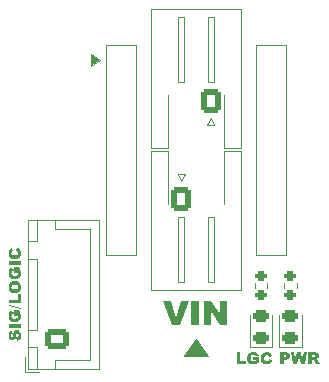
<source format=gbr>
%TF.GenerationSoftware,KiCad,Pcbnew,8.0.1*%
%TF.CreationDate,2024-07-18T22:05:32+09:00*%
%TF.ProjectId,Dribbler-20240708,44726962-626c-4657-922d-323032343037,rev?*%
%TF.SameCoordinates,Original*%
%TF.FileFunction,Legend,Top*%
%TF.FilePolarity,Positive*%
%FSLAX46Y46*%
G04 Gerber Fmt 4.6, Leading zero omitted, Abs format (unit mm)*
G04 Created by KiCad (PCBNEW 8.0.1) date 2024-07-18 22:05:32*
%MOMM*%
%LPD*%
G01*
G04 APERTURE LIST*
G04 Aperture macros list*
%AMRoundRect*
0 Rectangle with rounded corners*
0 $1 Rounding radius*
0 $2 $3 $4 $5 $6 $7 $8 $9 X,Y pos of 4 corners*
0 Add a 4 corners polygon primitive as box body*
4,1,4,$2,$3,$4,$5,$6,$7,$8,$9,$2,$3,0*
0 Add four circle primitives for the rounded corners*
1,1,$1+$1,$2,$3*
1,1,$1+$1,$4,$5*
1,1,$1+$1,$6,$7*
1,1,$1+$1,$8,$9*
0 Add four rect primitives between the rounded corners*
20,1,$1+$1,$2,$3,$4,$5,0*
20,1,$1+$1,$4,$5,$6,$7,0*
20,1,$1+$1,$6,$7,$8,$9,0*
20,1,$1+$1,$8,$9,$2,$3,0*%
G04 Aperture macros list end*
%ADD10C,0.100000*%
%ADD11C,0.150000*%
%ADD12C,0.120000*%
%ADD13RoundRect,0.250000X-0.600000X-0.750000X0.600000X-0.750000X0.600000X0.750000X-0.600000X0.750000X0*%
%ADD14O,1.700000X2.000000*%
%ADD15R,1.700000X1.700000*%
%ADD16C,1.700000*%
%ADD17RoundRect,0.200000X0.275000X-0.200000X0.275000X0.200000X-0.275000X0.200000X-0.275000X-0.200000X0*%
%ADD18RoundRect,0.250000X0.725000X-0.600000X0.725000X0.600000X-0.725000X0.600000X-0.725000X-0.600000X0*%
%ADD19O,1.950000X1.700000*%
%ADD20RoundRect,0.243750X0.456250X-0.243750X0.456250X0.243750X-0.456250X0.243750X-0.456250X-0.243750X0*%
%ADD21RoundRect,0.250000X0.600000X0.750000X-0.600000X0.750000X-0.600000X-0.750000X0.600000X-0.750000X0*%
G04 APERTURE END LIST*
D10*
X116000000Y-116500000D02*
X114000000Y-116500000D01*
X115000000Y-115000000D01*
X116000000Y-116500000D01*
G36*
X116000000Y-116500000D02*
G01*
X114000000Y-116500000D01*
X115000000Y-115000000D01*
X116000000Y-116500000D01*
G37*
D11*
G36*
X112208792Y-111829162D02*
G01*
X112859944Y-111829162D01*
X113313258Y-113269218D01*
X113759734Y-111829162D01*
X114391835Y-111829162D01*
X113644452Y-113830000D01*
X112969853Y-113830000D01*
X112208792Y-111829162D01*
G37*
G36*
X114609699Y-111829162D02*
G01*
X115233007Y-111829162D01*
X115233007Y-113830000D01*
X114609699Y-113830000D01*
X114609699Y-111829162D01*
G37*
G36*
X115677041Y-111829162D02*
G01*
X116258339Y-111829162D01*
X117016957Y-112956587D01*
X117016957Y-111829162D01*
X117603140Y-111829162D01*
X117603140Y-113830000D01*
X117016957Y-113830000D01*
X116262247Y-112708436D01*
X116262247Y-113830000D01*
X115677041Y-113830000D01*
X115677041Y-111829162D01*
G37*
G36*
X99824769Y-115192079D02*
G01*
X99805474Y-114896057D01*
X99856547Y-114886096D01*
X99903544Y-114867356D01*
X99919535Y-114856978D01*
X99955551Y-114819021D01*
X99976617Y-114771309D01*
X99982794Y-114719469D01*
X99977715Y-114670372D01*
X99957519Y-114623889D01*
X99952020Y-114616887D01*
X99911945Y-114586705D01*
X99880457Y-114580739D01*
X99833383Y-114595570D01*
X99811580Y-114615177D01*
X99787339Y-114657955D01*
X99771217Y-114705139D01*
X99757341Y-114759147D01*
X99753939Y-114774424D01*
X99742169Y-114823761D01*
X99726127Y-114880280D01*
X99708605Y-114931075D01*
X99689605Y-114976145D01*
X99664852Y-115022674D01*
X99633283Y-115066538D01*
X99598277Y-115100799D01*
X99553405Y-115129650D01*
X99503343Y-115147510D01*
X99448091Y-115154380D01*
X99440819Y-115154466D01*
X99388936Y-115149155D01*
X99339072Y-115133224D01*
X99295495Y-115109525D01*
X99255615Y-115077000D01*
X99221459Y-115035603D01*
X99195613Y-114990759D01*
X99188028Y-114974214D01*
X99170931Y-114924847D01*
X99159978Y-114874788D01*
X99152766Y-114818324D01*
X99149560Y-114764829D01*
X99148949Y-114726552D01*
X99150679Y-114668426D01*
X99155866Y-114614797D01*
X99164513Y-114565663D01*
X99179453Y-114512638D01*
X99199374Y-114466086D01*
X99219780Y-114432239D01*
X99254765Y-114391821D01*
X99297745Y-114359257D01*
X99348718Y-114334546D01*
X99398773Y-114319617D01*
X99444972Y-114311583D01*
X99461580Y-114604919D01*
X99414281Y-114618677D01*
X99372226Y-114647231D01*
X99366325Y-114654012D01*
X99343977Y-114698525D01*
X99336644Y-114749195D01*
X99336528Y-114757327D01*
X99342938Y-114807424D01*
X99359242Y-114839148D01*
X99400697Y-114865194D01*
X99414441Y-114866503D01*
X99457184Y-114843789D01*
X99479440Y-114796417D01*
X99492520Y-114744582D01*
X99493576Y-114739497D01*
X99504407Y-114690320D01*
X99518009Y-114633937D01*
X99531684Y-114583206D01*
X99548187Y-114529792D01*
X99567571Y-114477763D01*
X99581503Y-114447382D01*
X99608208Y-114401474D01*
X99641868Y-114359437D01*
X99679725Y-114326846D01*
X99691901Y-114318911D01*
X99739086Y-114295966D01*
X99789965Y-114282546D01*
X99839424Y-114278611D01*
X99892120Y-114282861D01*
X99942498Y-114295612D01*
X99990558Y-114316864D01*
X100016256Y-114332344D01*
X100058639Y-114365813D01*
X100094841Y-114406043D01*
X100121830Y-114447481D01*
X100138866Y-114482065D01*
X100157138Y-114533203D01*
X100168844Y-114583109D01*
X100176552Y-114637829D01*
X100179978Y-114688565D01*
X100180631Y-114724354D01*
X100179063Y-114786121D01*
X100174357Y-114842949D01*
X100166515Y-114894839D01*
X100152300Y-114952757D01*
X100133184Y-115002960D01*
X100103775Y-115053017D01*
X100080247Y-115080216D01*
X100040605Y-115114288D01*
X99997151Y-115142314D01*
X99949885Y-115164296D01*
X99898805Y-115180233D01*
X99843914Y-115190125D01*
X99824769Y-115192079D01*
G37*
G36*
X99164581Y-114115212D02*
G01*
X99164581Y-113803558D01*
X100165000Y-113803558D01*
X100165000Y-114115212D01*
X99164581Y-114115212D01*
G37*
G36*
X99836737Y-113077180D02*
G01*
X99602264Y-113077180D01*
X99602264Y-112596510D01*
X100008196Y-112596510D01*
X100037927Y-112638859D01*
X100069480Y-112687631D01*
X100096534Y-112734171D01*
X100119088Y-112778478D01*
X100139715Y-112827348D01*
X100144483Y-112840753D01*
X100158568Y-112889034D01*
X100169194Y-112941124D01*
X100176360Y-112997025D01*
X100179749Y-113047973D01*
X100180631Y-113092567D01*
X100179152Y-113146975D01*
X100174716Y-113198150D01*
X100165488Y-113255294D01*
X100152001Y-113307784D01*
X100134255Y-113355621D01*
X100120059Y-113384926D01*
X100090730Y-113431874D01*
X100055745Y-113473984D01*
X100015103Y-113511255D01*
X99968804Y-113543688D01*
X99939808Y-113560048D01*
X99893600Y-113581131D01*
X99844919Y-113597852D01*
X99793766Y-113610212D01*
X99740139Y-113618209D01*
X99684040Y-113621844D01*
X99664790Y-113622086D01*
X99614772Y-113620428D01*
X99557504Y-113614063D01*
X99503242Y-113602923D01*
X99451986Y-113587009D01*
X99403734Y-113566321D01*
X99380736Y-113554186D01*
X99337450Y-113526417D01*
X99298269Y-113494217D01*
X99263193Y-113457586D01*
X99232221Y-113416525D01*
X99205353Y-113371033D01*
X99197309Y-113354884D01*
X99178466Y-113306722D01*
X99164251Y-113251781D01*
X99155750Y-113199294D01*
X99150649Y-113141826D01*
X99148996Y-113090132D01*
X99148949Y-113079378D01*
X99149713Y-113029299D01*
X99152643Y-112974619D01*
X99157773Y-112925847D01*
X99166535Y-112876412D01*
X99180212Y-112829762D01*
X99202986Y-112780780D01*
X99232534Y-112737331D01*
X99268855Y-112699417D01*
X99276933Y-112692498D01*
X99316534Y-112663868D01*
X99361700Y-112639527D01*
X99412430Y-112619475D01*
X99443018Y-112610188D01*
X99492843Y-112910362D01*
X99448629Y-112933453D01*
X99413534Y-112970624D01*
X99411755Y-112973377D01*
X99391418Y-113020189D01*
X99383865Y-113069441D01*
X99383422Y-113086217D01*
X99388697Y-113140498D01*
X99404520Y-113188209D01*
X99430892Y-113229352D01*
X99450101Y-113249371D01*
X99493751Y-113278770D01*
X99542867Y-113296825D01*
X99593807Y-113306387D01*
X99643386Y-113309950D01*
X99661127Y-113310188D01*
X99715646Y-113308024D01*
X99771438Y-113300030D01*
X99818816Y-113286145D01*
X99862657Y-113263064D01*
X99880457Y-113248639D01*
X99912217Y-113210192D01*
X99933582Y-113164094D01*
X99944554Y-113110346D01*
X99946158Y-113077180D01*
X99943593Y-113026317D01*
X99935900Y-112977773D01*
X99923116Y-112930171D01*
X99905472Y-112880416D01*
X99900973Y-112869085D01*
X99836737Y-112869085D01*
X99836737Y-113077180D01*
G37*
G36*
X99148949Y-112268981D02*
G01*
X99148949Y-112126098D01*
X100180631Y-112378890D01*
X100180631Y-112520306D01*
X99148949Y-112268981D01*
G37*
G36*
X99164581Y-112029134D02*
G01*
X99164581Y-111717969D01*
X99914895Y-111717969D01*
X99914895Y-111232414D01*
X100165000Y-111232414D01*
X100165000Y-112029134D01*
X99164581Y-112029134D01*
G37*
G36*
X99710335Y-110116702D02*
G01*
X99760387Y-110121067D01*
X99816404Y-110130146D01*
X99868007Y-110143415D01*
X99915196Y-110160875D01*
X99944204Y-110174842D01*
X99990772Y-110203345D01*
X100032594Y-110236919D01*
X100069672Y-110275566D01*
X100102004Y-110319285D01*
X100118349Y-110346545D01*
X100142617Y-110398245D01*
X100158674Y-110446783D01*
X100170352Y-110499219D01*
X100177651Y-110555553D01*
X100180388Y-110605476D01*
X100180631Y-110626203D01*
X100179319Y-110678042D01*
X100175384Y-110727006D01*
X100167198Y-110781969D01*
X100155234Y-110832793D01*
X100139491Y-110879479D01*
X100126898Y-110908304D01*
X100100397Y-110955115D01*
X100067913Y-110997883D01*
X100029445Y-111036606D01*
X99984993Y-111071286D01*
X99956905Y-111089288D01*
X99911163Y-111112861D01*
X99861318Y-111131557D01*
X99807368Y-111145376D01*
X99749313Y-111154317D01*
X99697799Y-111158043D01*
X99665523Y-111158653D01*
X99606153Y-111156508D01*
X99550164Y-111150074D01*
X99497556Y-111139350D01*
X99448330Y-111124336D01*
X99402485Y-111105034D01*
X99349933Y-111074873D01*
X99302665Y-111038010D01*
X99285237Y-111021388D01*
X99245974Y-110975787D01*
X99213366Y-110924926D01*
X99192071Y-110880451D01*
X99175036Y-110832610D01*
X99162259Y-110781403D01*
X99153741Y-110726830D01*
X99149482Y-110668891D01*
X99148962Y-110639392D01*
X99383422Y-110639392D01*
X99388600Y-110689369D01*
X99406499Y-110738055D01*
X99437182Y-110779538D01*
X99448879Y-110790579D01*
X99492480Y-110818088D01*
X99542623Y-110834983D01*
X99595288Y-110843930D01*
X99646959Y-110847265D01*
X99665523Y-110847487D01*
X99718706Y-110845495D01*
X99773264Y-110838135D01*
X99825742Y-110823084D01*
X99872190Y-110797685D01*
X99880701Y-110790823D01*
X99915219Y-110751424D01*
X99936953Y-110704059D01*
X99945583Y-110654620D01*
X99946158Y-110636706D01*
X99941096Y-110583833D01*
X99923598Y-110533515D01*
X99893602Y-110492070D01*
X99882166Y-110481367D01*
X99837996Y-110454802D01*
X99785240Y-110438487D01*
X99728660Y-110429847D01*
X99672423Y-110426627D01*
X99652090Y-110426412D01*
X99602344Y-110428430D01*
X99550993Y-110435885D01*
X99501122Y-110451131D01*
X99456256Y-110476859D01*
X99447903Y-110483810D01*
X99413899Y-110523666D01*
X99392490Y-110571489D01*
X99383989Y-110621341D01*
X99383422Y-110639392D01*
X99148962Y-110639392D01*
X99148949Y-110638660D01*
X99151041Y-110577629D01*
X99157315Y-110520202D01*
X99167771Y-110466377D01*
X99182411Y-110416154D01*
X99201232Y-110369534D01*
X99230642Y-110316326D01*
X99266587Y-110268746D01*
X99282794Y-110251290D01*
X99327162Y-110212098D01*
X99376766Y-110179549D01*
X99431605Y-110153642D01*
X99479245Y-110137700D01*
X99530237Y-110126008D01*
X99584579Y-110118568D01*
X99642272Y-110115380D01*
X99657219Y-110115247D01*
X99710335Y-110116702D01*
G37*
G36*
X99836737Y-109447731D02*
G01*
X99602264Y-109447731D01*
X99602264Y-108967061D01*
X100008196Y-108967061D01*
X100037927Y-109009410D01*
X100069480Y-109058183D01*
X100096534Y-109104722D01*
X100119088Y-109149030D01*
X100139715Y-109197900D01*
X100144483Y-109211304D01*
X100158568Y-109259585D01*
X100169194Y-109311676D01*
X100176360Y-109367577D01*
X100179749Y-109418524D01*
X100180631Y-109463119D01*
X100179152Y-109517526D01*
X100174716Y-109568701D01*
X100165488Y-109625846D01*
X100152001Y-109678336D01*
X100134255Y-109726172D01*
X100120059Y-109755477D01*
X100090730Y-109802426D01*
X100055745Y-109844535D01*
X100015103Y-109881807D01*
X99968804Y-109914239D01*
X99939808Y-109930600D01*
X99893600Y-109951683D01*
X99844919Y-109968404D01*
X99793766Y-109980763D01*
X99740139Y-109988760D01*
X99684040Y-109992395D01*
X99664790Y-109992637D01*
X99614772Y-109990979D01*
X99557504Y-109984614D01*
X99503242Y-109973474D01*
X99451986Y-109957560D01*
X99403734Y-109936872D01*
X99380736Y-109924738D01*
X99337450Y-109896968D01*
X99298269Y-109864768D01*
X99263193Y-109828138D01*
X99232221Y-109787076D01*
X99205353Y-109741584D01*
X99197309Y-109725436D01*
X99178466Y-109677273D01*
X99164251Y-109622333D01*
X99155750Y-109569845D01*
X99150649Y-109512378D01*
X99148996Y-109460683D01*
X99148949Y-109449930D01*
X99149713Y-109399850D01*
X99152643Y-109345170D01*
X99157773Y-109296398D01*
X99166535Y-109246964D01*
X99180212Y-109200313D01*
X99202986Y-109151331D01*
X99232534Y-109107883D01*
X99268855Y-109069968D01*
X99276933Y-109063049D01*
X99316534Y-109034419D01*
X99361700Y-109010078D01*
X99412430Y-108990026D01*
X99443018Y-108980739D01*
X99492843Y-109280914D01*
X99448629Y-109304005D01*
X99413534Y-109341175D01*
X99411755Y-109343928D01*
X99391418Y-109390740D01*
X99383865Y-109439992D01*
X99383422Y-109456768D01*
X99388697Y-109511049D01*
X99404520Y-109558761D01*
X99430892Y-109599904D01*
X99450101Y-109619923D01*
X99493751Y-109649321D01*
X99542867Y-109667376D01*
X99593807Y-109676938D01*
X99643386Y-109680502D01*
X99661127Y-109680739D01*
X99715646Y-109678575D01*
X99771438Y-109670581D01*
X99818816Y-109656696D01*
X99862657Y-109633615D01*
X99880457Y-109619190D01*
X99912217Y-109580743D01*
X99933582Y-109534646D01*
X99944554Y-109480897D01*
X99946158Y-109447731D01*
X99943593Y-109396868D01*
X99935900Y-109348325D01*
X99923116Y-109300722D01*
X99905472Y-109250967D01*
X99900973Y-109239637D01*
X99836737Y-109239637D01*
X99836737Y-109447731D01*
G37*
G36*
X99164581Y-108776064D02*
G01*
X99164581Y-108464410D01*
X100165000Y-108464410D01*
X100165000Y-108776064D01*
X99164581Y-108776064D01*
G37*
G36*
X99758579Y-107573900D02*
G01*
X99837470Y-107301325D01*
X99885370Y-107314813D01*
X99935733Y-107333947D01*
X99981426Y-107357051D01*
X100022447Y-107384124D01*
X100027247Y-107387787D01*
X100067037Y-107423295D01*
X100100954Y-107463324D01*
X100128998Y-107507874D01*
X100142041Y-107534577D01*
X100158924Y-107581289D01*
X100170983Y-107633984D01*
X100177578Y-107685001D01*
X100180480Y-107740600D01*
X100180631Y-107757327D01*
X100179480Y-107807151D01*
X100175061Y-107863067D01*
X100167327Y-107914759D01*
X100154115Y-107969726D01*
X100136392Y-108018944D01*
X100133492Y-108025505D01*
X100109338Y-108069670D01*
X100078334Y-108111124D01*
X100040482Y-108149866D01*
X100002586Y-108180915D01*
X99967163Y-108205268D01*
X99920131Y-108230916D01*
X99868428Y-108251258D01*
X99812053Y-108266293D01*
X99761507Y-108274769D01*
X99707716Y-108279560D01*
X99662348Y-108280739D01*
X99602283Y-108278663D01*
X99545798Y-108272435D01*
X99492893Y-108262055D01*
X99443567Y-108247522D01*
X99397821Y-108228837D01*
X99345673Y-108199643D01*
X99299118Y-108163960D01*
X99282062Y-108147871D01*
X99243714Y-108103654D01*
X99211866Y-108054047D01*
X99186517Y-107999050D01*
X99170918Y-107951171D01*
X99159479Y-107899841D01*
X99152199Y-107845062D01*
X99149079Y-107786833D01*
X99148949Y-107771737D01*
X99150834Y-107714271D01*
X99156486Y-107660788D01*
X99165908Y-107611288D01*
X99182188Y-107557146D01*
X99203895Y-107508740D01*
X99226130Y-107472784D01*
X99257984Y-107433900D01*
X99295659Y-107398950D01*
X99339156Y-107367932D01*
X99388475Y-107340847D01*
X99434021Y-107321280D01*
X99463290Y-107310851D01*
X99524106Y-107585624D01*
X99478480Y-107603253D01*
X99457184Y-107615910D01*
X99420897Y-107651077D01*
X99402718Y-107679902D01*
X99386607Y-107727753D01*
X99383422Y-107764165D01*
X99388628Y-107813960D01*
X99406928Y-107862608D01*
X99438405Y-107903451D01*
X99466709Y-107926343D01*
X99512223Y-107948754D01*
X99564973Y-107961827D01*
X99613721Y-107967347D01*
X99660882Y-107968841D01*
X99718633Y-107967055D01*
X99769154Y-107961697D01*
X99818958Y-107950931D01*
X99868531Y-107929945D01*
X99885341Y-107918038D01*
X99919966Y-107878234D01*
X99940219Y-107828675D01*
X99946158Y-107775156D01*
X99941483Y-107723555D01*
X99925541Y-107676657D01*
X99898286Y-107640090D01*
X99856086Y-107609373D01*
X99811578Y-107589180D01*
X99764261Y-107575207D01*
X99758579Y-107573900D01*
G37*
G36*
X118439637Y-116164581D02*
G01*
X118750802Y-116164581D01*
X118750802Y-116914895D01*
X119236357Y-116914895D01*
X119236357Y-117165000D01*
X118439637Y-117165000D01*
X118439637Y-116164581D01*
G37*
G36*
X119855513Y-116836737D02*
G01*
X119855513Y-116602264D01*
X120336183Y-116602264D01*
X120336183Y-117008196D01*
X120293834Y-117037927D01*
X120245062Y-117069480D01*
X120198522Y-117096534D01*
X120154215Y-117119088D01*
X120105345Y-117139715D01*
X120091940Y-117144483D01*
X120043659Y-117158568D01*
X119991568Y-117169194D01*
X119935668Y-117176360D01*
X119884720Y-117179749D01*
X119840125Y-117180631D01*
X119785718Y-117179152D01*
X119734543Y-117174716D01*
X119677399Y-117165488D01*
X119624908Y-117152001D01*
X119577072Y-117134255D01*
X119547767Y-117120059D01*
X119500818Y-117090730D01*
X119458709Y-117055745D01*
X119421438Y-117015103D01*
X119389005Y-116968804D01*
X119372645Y-116939808D01*
X119351562Y-116893600D01*
X119334840Y-116844919D01*
X119322481Y-116793766D01*
X119314484Y-116740139D01*
X119310849Y-116684040D01*
X119310607Y-116664790D01*
X119312265Y-116614772D01*
X119318630Y-116557504D01*
X119329770Y-116503242D01*
X119345684Y-116451986D01*
X119366372Y-116403734D01*
X119378506Y-116380736D01*
X119406276Y-116337450D01*
X119438476Y-116298269D01*
X119475106Y-116263193D01*
X119516168Y-116232221D01*
X119561660Y-116205353D01*
X119577809Y-116197309D01*
X119625971Y-116178466D01*
X119680912Y-116164251D01*
X119733399Y-116155750D01*
X119790867Y-116150649D01*
X119842561Y-116148996D01*
X119853315Y-116148949D01*
X119903394Y-116149713D01*
X119958074Y-116152643D01*
X120006846Y-116157773D01*
X120056280Y-116166535D01*
X120102931Y-116180212D01*
X120151913Y-116202986D01*
X120195361Y-116232534D01*
X120233276Y-116268855D01*
X120240195Y-116276933D01*
X120268825Y-116316534D01*
X120293166Y-116361700D01*
X120313218Y-116412430D01*
X120322505Y-116443018D01*
X120022331Y-116492843D01*
X119999240Y-116448629D01*
X119962069Y-116413534D01*
X119959316Y-116411755D01*
X119912504Y-116391418D01*
X119863252Y-116383865D01*
X119846476Y-116383422D01*
X119792195Y-116388697D01*
X119744483Y-116404520D01*
X119703340Y-116430892D01*
X119683322Y-116450101D01*
X119653923Y-116493751D01*
X119635868Y-116542867D01*
X119626306Y-116593807D01*
X119622743Y-116643386D01*
X119622505Y-116661127D01*
X119624669Y-116715646D01*
X119632663Y-116771438D01*
X119646548Y-116818816D01*
X119669629Y-116862657D01*
X119684054Y-116880457D01*
X119722501Y-116912217D01*
X119768599Y-116933582D01*
X119822347Y-116944554D01*
X119855513Y-116946158D01*
X119906376Y-116943593D01*
X119954920Y-116935900D01*
X120002522Y-116923116D01*
X120052277Y-116905472D01*
X120063608Y-116900973D01*
X120063608Y-116836737D01*
X119855513Y-116836737D01*
G37*
G36*
X121185171Y-116758579D02*
G01*
X121457746Y-116837470D01*
X121444259Y-116885370D01*
X121425124Y-116935733D01*
X121402020Y-116981426D01*
X121374947Y-117022447D01*
X121371284Y-117027247D01*
X121335776Y-117067037D01*
X121295747Y-117100954D01*
X121251197Y-117128998D01*
X121224494Y-117142041D01*
X121177782Y-117158924D01*
X121125087Y-117170983D01*
X121074070Y-117177578D01*
X121018471Y-117180480D01*
X121001744Y-117180631D01*
X120951920Y-117179480D01*
X120896004Y-117175061D01*
X120844312Y-117167327D01*
X120789345Y-117154115D01*
X120740127Y-117136392D01*
X120733566Y-117133492D01*
X120689401Y-117109338D01*
X120647947Y-117078334D01*
X120609205Y-117040482D01*
X120578156Y-117002586D01*
X120553803Y-116967163D01*
X120528155Y-116920131D01*
X120507813Y-116868428D01*
X120492778Y-116812053D01*
X120484302Y-116761507D01*
X120479511Y-116707716D01*
X120478332Y-116662348D01*
X120480408Y-116602283D01*
X120486636Y-116545798D01*
X120497017Y-116492893D01*
X120511549Y-116443567D01*
X120530234Y-116397821D01*
X120559428Y-116345673D01*
X120595111Y-116299118D01*
X120611200Y-116282062D01*
X120655417Y-116243714D01*
X120705024Y-116211866D01*
X120760021Y-116186517D01*
X120807901Y-116170918D01*
X120859230Y-116159479D01*
X120914009Y-116152199D01*
X120972238Y-116149079D01*
X120987334Y-116148949D01*
X121044800Y-116150834D01*
X121098283Y-116156486D01*
X121147783Y-116165908D01*
X121201925Y-116182188D01*
X121250331Y-116203895D01*
X121286287Y-116226130D01*
X121325171Y-116257984D01*
X121360121Y-116295659D01*
X121391139Y-116339156D01*
X121418224Y-116388475D01*
X121437791Y-116434021D01*
X121448220Y-116463290D01*
X121173447Y-116524106D01*
X121155818Y-116478480D01*
X121143161Y-116457184D01*
X121107994Y-116420897D01*
X121079169Y-116402718D01*
X121031318Y-116386607D01*
X120994906Y-116383422D01*
X120945111Y-116388628D01*
X120896463Y-116406928D01*
X120855620Y-116438405D01*
X120832728Y-116466709D01*
X120810317Y-116512223D01*
X120797244Y-116564973D01*
X120791724Y-116613721D01*
X120790230Y-116660882D01*
X120792016Y-116718633D01*
X120797374Y-116769154D01*
X120808140Y-116818958D01*
X120829126Y-116868531D01*
X120841033Y-116885341D01*
X120880837Y-116919966D01*
X120930396Y-116940219D01*
X120983915Y-116946158D01*
X121035516Y-116941483D01*
X121082414Y-116925541D01*
X121118981Y-116898286D01*
X121149698Y-116856086D01*
X121169891Y-116811578D01*
X121183864Y-116764261D01*
X121185171Y-116758579D01*
G37*
G36*
X122669653Y-116166519D02*
G01*
X122725066Y-116173961D01*
X122774502Y-116186984D01*
X122824624Y-116209231D01*
X122866612Y-116239076D01*
X122871946Y-116243960D01*
X122904780Y-116281890D01*
X122929549Y-116326226D01*
X122946253Y-116376966D01*
X122954153Y-116425555D01*
X122956210Y-116469640D01*
X122952982Y-116523833D01*
X122943296Y-116573390D01*
X122923835Y-116625345D01*
X122895585Y-116670990D01*
X122864375Y-116705090D01*
X122819676Y-116738114D01*
X122773995Y-116759964D01*
X122721513Y-116775855D01*
X122672583Y-116784545D01*
X122618931Y-116789098D01*
X122584473Y-116789842D01*
X122414235Y-116789842D01*
X122414235Y-117165000D01*
X122101605Y-117165000D01*
X122101605Y-116367791D01*
X122414235Y-116367791D01*
X122414235Y-116586632D01*
X122490439Y-116586632D01*
X122541520Y-116583675D01*
X122592236Y-116570987D01*
X122616957Y-116556346D01*
X122646383Y-116516590D01*
X122653349Y-116478189D01*
X122642155Y-116428365D01*
X122621598Y-116400031D01*
X122576168Y-116375851D01*
X122523824Y-116368295D01*
X122502896Y-116367791D01*
X122414235Y-116367791D01*
X122101605Y-116367791D01*
X122101605Y-116164581D01*
X122618911Y-116164581D01*
X122669653Y-116166519D01*
G37*
G36*
X123009455Y-116164581D02*
G01*
X123304989Y-116164581D01*
X123411479Y-116723408D01*
X123566573Y-116164581D01*
X123861374Y-116164581D01*
X124017201Y-116723408D01*
X124123691Y-116164581D01*
X124417759Y-116164581D01*
X124195743Y-117165000D01*
X123890928Y-117165000D01*
X123714340Y-116535097D01*
X123538485Y-117165000D01*
X123233426Y-117165000D01*
X123009455Y-116164581D01*
G37*
G36*
X125087673Y-116165448D02*
G01*
X125141974Y-116168652D01*
X125196047Y-116175205D01*
X125246698Y-116186262D01*
X125256489Y-116189249D01*
X125305387Y-116211034D01*
X125347301Y-116242804D01*
X125379344Y-116280352D01*
X125404073Y-116324712D01*
X125419644Y-116374748D01*
X125425826Y-116424634D01*
X125426238Y-116442285D01*
X125422732Y-116492097D01*
X125410776Y-116541711D01*
X125390334Y-116585900D01*
X125359812Y-116627951D01*
X125321733Y-116663615D01*
X125292149Y-116683841D01*
X125244949Y-116705701D01*
X125195718Y-116720405D01*
X125182972Y-116723408D01*
X125231088Y-116742154D01*
X125264061Y-116760778D01*
X125298362Y-116795765D01*
X125313642Y-116814511D01*
X125343584Y-116854525D01*
X125357362Y-116877526D01*
X125507815Y-117165000D01*
X125156106Y-117165000D01*
X124990020Y-116858963D01*
X124963594Y-116814979D01*
X124933600Y-116781782D01*
X124888034Y-116761842D01*
X124857397Y-116758579D01*
X124829797Y-116758579D01*
X124829797Y-117165000D01*
X124517411Y-117165000D01*
X124517411Y-116367791D01*
X124829797Y-116367791D01*
X124829797Y-116571001D01*
X124960956Y-116571001D01*
X125012293Y-116563935D01*
X125043510Y-116557323D01*
X125087682Y-116533457D01*
X125094068Y-116526060D01*
X125112920Y-116479946D01*
X125113607Y-116467930D01*
X125102672Y-116418424D01*
X125082588Y-116393681D01*
X125034519Y-116373480D01*
X124982077Y-116368018D01*
X124966573Y-116367791D01*
X124829797Y-116367791D01*
X124517411Y-116367791D01*
X124517411Y-116164581D01*
X125035938Y-116164581D01*
X125087673Y-116165448D01*
G37*
D12*
%TO.C,VIN*%
X111190000Y-99140000D02*
X112610000Y-99140000D01*
X111190000Y-110860000D02*
X111190000Y-99140000D01*
X112610000Y-99140000D02*
X112610000Y-103640000D01*
X113450000Y-101050000D02*
X114050000Y-101050000D01*
X113500000Y-104750000D02*
X113500000Y-110250000D01*
X113500000Y-110250000D02*
X114000000Y-110250000D01*
X113750000Y-101650000D02*
X113450000Y-101050000D01*
X114000000Y-104750000D02*
X113500000Y-104750000D01*
X114000000Y-110250000D02*
X114000000Y-104750000D01*
X114050000Y-101050000D02*
X113750000Y-101650000D01*
X115000000Y-110860000D02*
X111190000Y-110860000D01*
X115000000Y-110860000D02*
X118810000Y-110860000D01*
X116000000Y-104750000D02*
X116000000Y-110250000D01*
X116000000Y-110250000D02*
X116500000Y-110250000D01*
X116500000Y-104750000D02*
X116000000Y-104750000D01*
X116500000Y-110250000D02*
X116500000Y-104750000D01*
X117390000Y-99140000D02*
X117390000Y-103640000D01*
X118810000Y-99140000D02*
X117390000Y-99140000D01*
X118810000Y-110860000D02*
X118810000Y-99140000D01*
%TO.C,U1*%
D10*
X107380000Y-90110000D02*
X109920000Y-90110000D01*
X109920000Y-107890000D01*
X107380000Y-107890000D01*
X107380000Y-90110000D01*
X120080000Y-90110000D02*
X122620000Y-90110000D01*
X122620000Y-107890000D01*
X120080000Y-107890000D01*
X120080000Y-90110000D01*
X106872000Y-91380000D02*
X106110000Y-91888000D01*
X106110000Y-90872000D01*
X106872000Y-91380000D01*
G36*
X106872000Y-91380000D02*
G01*
X106110000Y-91888000D01*
X106110000Y-90872000D01*
X106872000Y-91380000D01*
G37*
D12*
%TO.C,R2*%
X122477500Y-110737258D02*
X122477500Y-110262742D01*
X123522500Y-110737258D02*
X123522500Y-110262742D01*
%TO.C,SIG/LOGIC*%
X100500000Y-116600000D02*
X100500000Y-117850000D01*
X100500000Y-117850000D02*
X101750000Y-117850000D01*
X100790000Y-104940000D02*
X100790000Y-117560000D01*
X100790000Y-117560000D02*
X106760000Y-117560000D01*
X100800000Y-104950000D02*
X100800000Y-106750000D01*
X100800000Y-106750000D02*
X101550000Y-106750000D01*
X100800000Y-108250000D02*
X100800000Y-114250000D01*
X100800000Y-114250000D02*
X101550000Y-114250000D01*
X100800000Y-115750000D02*
X100800000Y-117550000D01*
X100800000Y-117550000D02*
X101550000Y-117550000D01*
X101550000Y-104950000D02*
X100800000Y-104950000D01*
X101550000Y-106750000D02*
X101550000Y-104950000D01*
X101550000Y-108250000D02*
X100800000Y-108250000D01*
X101550000Y-114250000D02*
X101550000Y-108250000D01*
X101550000Y-115750000D02*
X100800000Y-115750000D01*
X101550000Y-117550000D02*
X101550000Y-115750000D01*
X103050000Y-104950000D02*
X103050000Y-105700000D01*
X103050000Y-105700000D02*
X106000000Y-105700000D01*
X103050000Y-116800000D02*
X106000000Y-116800000D01*
X103050000Y-117550000D02*
X103050000Y-116800000D01*
X106000000Y-105700000D02*
X106000000Y-111250000D01*
X106000000Y-116800000D02*
X106000000Y-111250000D01*
X106760000Y-104940000D02*
X100790000Y-104940000D01*
X106760000Y-117560000D02*
X106760000Y-104940000D01*
%TO.C,LGC*%
X119540000Y-113000000D02*
X119540000Y-115685000D01*
X119540000Y-115685000D02*
X121460000Y-115685000D01*
X121460000Y-115685000D02*
X121460000Y-113000000D01*
%TO.C,J3*%
X111190000Y-87140000D02*
X111190000Y-98860000D01*
X111190000Y-98860000D02*
X112610000Y-98860000D01*
X112610000Y-98860000D02*
X112610000Y-94360000D01*
X113500000Y-87750000D02*
X113500000Y-93250000D01*
X113500000Y-93250000D02*
X114000000Y-93250000D01*
X114000000Y-87750000D02*
X113500000Y-87750000D01*
X114000000Y-93250000D02*
X114000000Y-87750000D01*
X115000000Y-87140000D02*
X111190000Y-87140000D01*
X115000000Y-87140000D02*
X118810000Y-87140000D01*
X115950000Y-96950000D02*
X116250000Y-96350000D01*
X116000000Y-87750000D02*
X116000000Y-93250000D01*
X116000000Y-93250000D02*
X116500000Y-93250000D01*
X116250000Y-96350000D02*
X116550000Y-96950000D01*
X116500000Y-87750000D02*
X116000000Y-87750000D01*
X116500000Y-93250000D02*
X116500000Y-87750000D01*
X116550000Y-96950000D02*
X115950000Y-96950000D01*
X117390000Y-98860000D02*
X117390000Y-94360000D01*
X118810000Y-87140000D02*
X118810000Y-98860000D01*
X118810000Y-98860000D02*
X117390000Y-98860000D01*
%TO.C,R1*%
X119977500Y-110737258D02*
X119977500Y-110262742D01*
X121022500Y-110737258D02*
X121022500Y-110262742D01*
%TO.C,PWR*%
X122040000Y-113000000D02*
X122040000Y-115685000D01*
X122040000Y-115685000D02*
X123960000Y-115685000D01*
X123960000Y-115685000D02*
X123960000Y-113000000D01*
%TD*%
%LPC*%
D13*
%TO.C,VIN*%
X113750000Y-103150000D03*
D14*
X116250000Y-103150000D03*
%TD*%
D15*
%TO.C,U1*%
X108650000Y-91380000D03*
D16*
X108650000Y-93920000D03*
X108650000Y-96460000D03*
X108650000Y-99000000D03*
X108650000Y-101540000D03*
X108650000Y-104080000D03*
X108650000Y-106620000D03*
X121350000Y-106620000D03*
X121350000Y-104080000D03*
X121350000Y-101540000D03*
X121350000Y-99000000D03*
X121350000Y-96460000D03*
X121350000Y-93920000D03*
X121350000Y-91380000D03*
%TD*%
D17*
%TO.C,R2*%
X123000000Y-111325000D03*
X123000000Y-109675000D03*
%TD*%
D18*
%TO.C,SIG/LOGIC*%
X103250000Y-115000000D03*
D19*
X103250000Y-112500000D03*
X103250000Y-110000000D03*
X103250000Y-107500000D03*
%TD*%
D20*
%TO.C,LGC*%
X120500000Y-114937500D03*
X120500000Y-113062500D03*
%TD*%
D21*
%TO.C,J3*%
X116250000Y-94850000D03*
D14*
X113750000Y-94850000D03*
%TD*%
D17*
%TO.C,R1*%
X120500000Y-111325000D03*
X120500000Y-109675000D03*
%TD*%
D20*
%TO.C,PWR*%
X123000000Y-114937500D03*
X123000000Y-113062500D03*
%TD*%
%LPD*%
M02*

</source>
